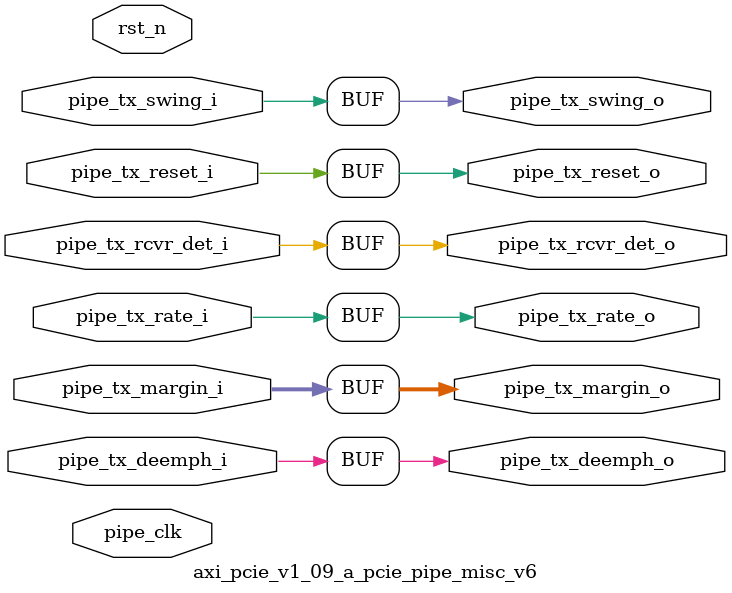
<source format=v>

`timescale 1ns/1ns

module axi_pcie_v1_09_a_pcie_pipe_misc_v6 #
(
    parameter        PIPE_PIPELINE_STAGES = 0    // 0 - 0 stages, 1 - 1 stage, 2 - 2 stages
)
(

    input   wire        pipe_tx_rcvr_det_i       ,
    input   wire        pipe_tx_reset_i          ,
    input   wire        pipe_tx_rate_i           ,
    input   wire        pipe_tx_deemph_i         ,
    input   wire [2:0]  pipe_tx_margin_i         ,
    input   wire        pipe_tx_swing_i          ,

    output  wire        pipe_tx_rcvr_det_o       ,
    output  wire        pipe_tx_reset_o          ,
    output  wire        pipe_tx_rate_o           ,
    output  wire        pipe_tx_deemph_o         ,
    output  wire [2:0]  pipe_tx_margin_o         ,
    output  wire        pipe_tx_swing_o          ,
 
    input   wire        pipe_clk                , 
    input   wire        rst_n 
);

//******************************************************************//
// Reality check.                                                   //
//******************************************************************//

    localparam TCQ  = 1;      // clock to out delay model

    reg                pipe_tx_rcvr_det_q       ;
    reg                pipe_tx_reset_q          ;
    reg                pipe_tx_rate_q           ;
    reg                pipe_tx_deemph_q         ;
    reg [2:0]          pipe_tx_margin_q         ;
    reg                pipe_tx_swing_q          ;

    reg                pipe_tx_rcvr_det_qq      ;
    reg                pipe_tx_reset_qq         ;
    reg                pipe_tx_rate_qq          ;
    reg                pipe_tx_deemph_qq        ;
    reg [2:0]          pipe_tx_margin_qq        ;
    reg                pipe_tx_swing_qq         ;

    generate

      if (PIPE_PIPELINE_STAGES == 0) begin


        assign pipe_tx_rcvr_det_o = pipe_tx_rcvr_det_i;
        assign pipe_tx_reset_o  = pipe_tx_reset_i;
        assign pipe_tx_rate_o = pipe_tx_rate_i;
        assign pipe_tx_deemph_o = pipe_tx_deemph_i;
        assign pipe_tx_margin_o = pipe_tx_margin_i;
        assign pipe_tx_swing_o = pipe_tx_swing_i;

      end else if (PIPE_PIPELINE_STAGES == 1) begin

        always @(posedge pipe_clk) begin

          if (rst_n) begin

            pipe_tx_rcvr_det_q <= #TCQ 0;
            pipe_tx_reset_q  <= #TCQ 1'b1;
            pipe_tx_rate_q <= #TCQ 0;
            pipe_tx_deemph_q <= #TCQ 1'b1;
            pipe_tx_margin_q <= #TCQ 0;
            pipe_tx_swing_q <= #TCQ 0;

          end else begin
       
            pipe_tx_rcvr_det_q <= #TCQ pipe_tx_rcvr_det_i;
            pipe_tx_reset_q  <= #TCQ pipe_tx_reset_i;
            pipe_tx_rate_q <= #TCQ pipe_tx_rate_i;
            pipe_tx_deemph_q <= #TCQ pipe_tx_deemph_i;
            pipe_tx_margin_q <= #TCQ pipe_tx_margin_i;
            pipe_tx_swing_q <= #TCQ pipe_tx_swing_i;

          end
       
        end

        assign pipe_tx_rcvr_det_o = pipe_tx_rcvr_det_q;
        assign pipe_tx_reset_o  = pipe_tx_reset_q;
        assign pipe_tx_rate_o = pipe_tx_rate_q;
        assign pipe_tx_deemph_o = pipe_tx_deemph_q;
        assign pipe_tx_margin_o = pipe_tx_margin_q;
        assign pipe_tx_swing_o = pipe_tx_swing_q;

      end else if (PIPE_PIPELINE_STAGES == 2) begin

        always @(posedge pipe_clk) begin

          if (rst_n) begin

            pipe_tx_rcvr_det_q <= #TCQ 0;
            pipe_tx_reset_q  <= #TCQ 1'b1;
            pipe_tx_rate_q <= #TCQ 0;
            pipe_tx_deemph_q <= #TCQ 1'b1;
            pipe_tx_margin_q <= #TCQ 0;
            pipe_tx_swing_q <= #TCQ 0;

            pipe_tx_rcvr_det_qq <= #TCQ 0;
            pipe_tx_reset_qq  <= #TCQ 1'b1;
            pipe_tx_rate_qq <= #TCQ 0;
            pipe_tx_deemph_qq <= #TCQ 1'b1;
            pipe_tx_margin_qq <= #TCQ 0;
            pipe_tx_swing_qq <= #TCQ 0;

          end else begin
       
            pipe_tx_rcvr_det_q <= #TCQ pipe_tx_rcvr_det_i;
            pipe_tx_reset_q  <= #TCQ pipe_tx_reset_i;
            pipe_tx_rate_q <= #TCQ pipe_tx_rate_i;
            pipe_tx_deemph_q <= #TCQ pipe_tx_deemph_i;
            pipe_tx_margin_q <= #TCQ pipe_tx_margin_i;
            pipe_tx_swing_q <= #TCQ pipe_tx_swing_i;

            pipe_tx_rcvr_det_qq <= #TCQ pipe_tx_rcvr_det_q;
            pipe_tx_reset_qq  <= #TCQ pipe_tx_reset_q;
            pipe_tx_rate_qq <= #TCQ pipe_tx_rate_q;
            pipe_tx_deemph_qq <= #TCQ pipe_tx_deemph_q;
            pipe_tx_margin_qq <= #TCQ pipe_tx_margin_q;
            pipe_tx_swing_qq <= #TCQ pipe_tx_swing_q;

          end
       
        end

        assign pipe_tx_rcvr_det_o = pipe_tx_rcvr_det_qq;
        assign pipe_tx_reset_o  = pipe_tx_reset_qq;
        assign pipe_tx_rate_o = pipe_tx_rate_qq;
        assign pipe_tx_deemph_o = pipe_tx_deemph_qq;
        assign pipe_tx_margin_o = pipe_tx_margin_qq;
        assign pipe_tx_swing_o = pipe_tx_swing_qq;

      end

    endgenerate

endmodule

</source>
